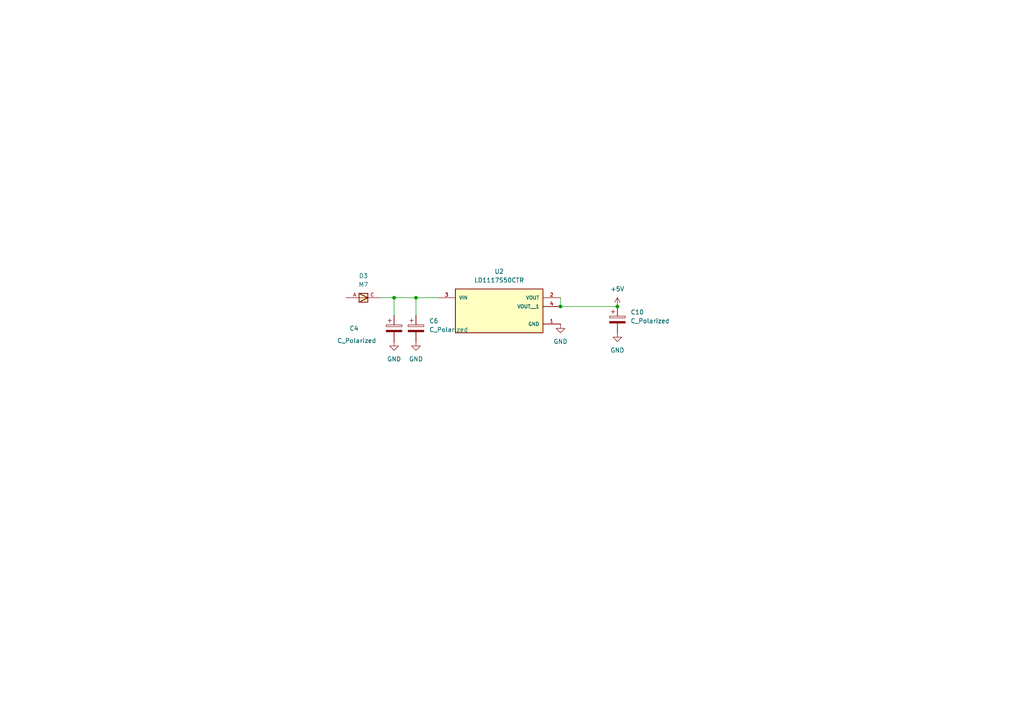
<source format=kicad_sch>
(kicad_sch (version 20231120) (generator "eeschema") (generator_version "8.0")
  (paper "A4")
  (title_block (title "POWER SUPPLY") (date "2024-07-11"))
  (lib_symbols
    (symbol "Device:C_Polarized" (pin_numbers hide) (pin_names (offset 0.254))
      (property "Reference" "C" (at 0.635 2.54 0))
      (property "Value" "C_Polarized" (at 0.635 -2.54 0))
      (symbol "C_Polarized_0_1"
        (rectangle (start -2.286 0.508) (end 2.286 1.016))
        (polyline (pts (xy -1.778 2.286) (xy -0.762 2.286)))
        (polyline (pts (xy -1.27 2.794) (xy -1.27 1.778)))
        (rectangle (start 2.286 -0.508) (end -2.286 -1.016) (fill (type outline)))
      )
      (symbol "C_Polarized_1_1"
        (pin passive line (at 0 3.81 270) (length 2.794) (name "~") (number "1"))
        (pin passive line (at 0 -3.81 90) (length 2.794) (name "~") (number "2"))
      )
    )
    (symbol "LD1117S50CTR:LD1117S50CTR" (pin_names (offset 1.016))
      (property "Reference" "U" (at -12.7 5.588 0))
      (property "Value" "LD1117S50CTR" (at -12.7 -10.16 0))
      (symbol "LD1117S50CTR_0_0"
        (rectangle (start -12.7 -7.62) (end 12.7 5.08) (stroke (width 0.254)) (fill (type background)))
        (pin power_in line (at 17.78 -5.08 180) (length 5.08) (name "GND") (number "1"))
        (pin output line (at 17.78 2.54 180) (length 5.08) (name "VOUT") (number "2"))
        (pin input line (at -17.78 2.54 0) (length 5.08) (name "VIN") (number "3"))
        (pin output line (at 17.78 0 180) (length 5.08) (name "VOUT__1") (number "4"))
      )
    )
    (symbol "M7:M7" (pin_names (offset 1.016))
      (property "Reference" "D" (at -4.5752 2.5418 0))
      (property "Value" "M7" (at -4.5757 -4.0672 0))
      (symbol "M7_0_0"
        (rectangle (start -1.27 -1.27) (end 1.27 1.27) (stroke (width 0.254)) (fill (type background)))
        (polyline (pts (xy -1.27 -1.27) (xy 1.27 0)) (stroke (width 0.254)))
        (polyline (pts (xy 1.27 0) (xy -1.27 1.27)) (stroke (width 0.254)))
        (pin passive line (at -5.08 0 0) (length 5.08) (name "~") (number "A"))
        (pin passive line (at 5.08 0 180) (length 5.08) (name "~") (number "C"))
      )
    )
    (symbol "power:+5V" (power) (pin_numbers hide) (pin_names (offset 0) hide)
      (property "Value" "+5V" (at 0 3.556 0))
      (symbol "+5V_0_1"
        (polyline (pts (xy -0.762 1.27) (xy 0 2.54)))
        (polyline (pts (xy 0 0) (xy 0 2.54)))
        (polyline (pts (xy 0 2.54) (xy 0.762 1.27)))
      )
      (symbol "+5V_1_1"
        (pin power_in line (at 0 0 90) (length 0) (name "~") (number "1"))
      )
    )
    (symbol "power:GND" (power) (pin_numbers hide) (pin_names (offset 0) hide)
      (property "Value" "GND" (at 0 -3.81 0))
      (symbol "GND_0_1"
        (polyline (pts (xy 0 0) (xy 0 -1.27) (xy 1.27 -1.27) (xy 0 -2.54) (xy -1.27 -1.27) (xy 0 -1.27)))
      )
      (symbol "GND_1_1"
        (pin power_in line (at 0 0 270) (length 0) (name "~") (number "1"))
      )
    )
  )
  (junction (at 179.07 88.9))
  (junction (at 162.56 88.9))
  (junction (at 114.3 86.36))
  (junction (at 120.65 86.36))
  (wire (pts (xy 114.3 86.36) (xy 120.65 86.36)))
  (wire (pts (xy 120.65 91.44) (xy 120.65 86.36)))
  (wire (pts (xy 120.65 86.36) (xy 127 86.36)))
  (wire (pts (xy 162.56 86.36) (xy 162.56 88.9)))
  (wire (pts (xy 114.3 86.36) (xy 114.3 91.44)))
  (wire (pts (xy 110.49 86.36) (xy 114.3 86.36)))
  (wire (pts (xy 162.56 88.9) (xy 179.07 88.9)))
  (symbol (lib_id "Device:C_Polarized") (at 179.07 92.71 0) (unit 1)
    (property "Reference" "C10" (at 182.88 90.5509 0) (effects (justify left)))
    (property "Value" "C_Polarized" (at 182.88 93.0909 0) (effects (justify left)))
    (property "Description" "Polarized capacitor" (effects (hide yes)))
  )
  (symbol (lib_id "power:GND") (at 114.3 99.06 0) (unit 1)
    (property "Reference" "#PWR010" (effects (hide yes)))
    (property "Value" "GND" (at 114.3 104.14 0))
    (property "Description" "Power symbol creates a global label with name \"GND\" , ground" (effects (hide yes)))
  )
  (symbol (lib_id "Device:C_Polarized") (at 114.3 95.25 0) (unit 1)
    (property "Reference" "C4" (at 101.346 95.25 0) (effects (justify left)))
    (property "Value" "C_Polarized" (at 97.79 98.806 0) (effects (justify left)))
    (property "Description" "Polarized capacitor" (effects (hide yes)))
  )
  (symbol (lib_id "power:GND") (at 179.07 96.52 0) (unit 1)
    (property "Reference" "#PWR018" (effects (hide yes)))
    (property "Value" "GND" (at 179.07 101.6 0))
    (property "Description" "Power symbol creates a global label with name \"GND\" , ground" (effects (hide yes)))
  )
  (symbol (lib_id "power:GND") (at 120.65 99.06 0) (unit 1)
    (property "Reference" "#PWR011" (effects (hide yes)))
    (property "Value" "GND" (at 120.65 104.14 0))
    (property "Description" "Power symbol creates a global label with name \"GND\" , ground" (effects (hide yes)))
  )
  (symbol (lib_id "power:+5V") (at 179.07 88.9 0) (unit 1)
    (property "Reference" "#PWR017" (effects (hide yes)))
    (property "Value" "+5V" (at 179.07 83.82 0))
    (property "Description" "Power symbol creates a global label with name \"+5V\"" (effects (hide yes)))
  )
  (symbol (lib_id "LD1117S50CTR:LD1117S50CTR") (at 144.78 88.9 0) (unit 1)
    (property "Reference" "U2" (at 144.78 78.74 0))
    (property "Value" "LD1117S50CTR" (at 144.78 81.28 0))
    (property "Footprint" "LD1117S50CTR:SOT230P700X180-4N" (effects (hide yes)))
    (property "PARTREV" "37" (effects (hide yes)))
    (property "STANDARD" "IPC 7351B" (effects (hide yes)))
    (property "MAXIMUM_PACKAGE_HEIGHT" "1.8 mm" (effects (hide yes)))
    (property "MANUFACTURER" "STMicroelectronics" (effects (hide yes)))
  )
  (symbol (lib_id "Device:C_Polarized") (at 120.65 95.25 0) (unit 1)
    (property "Reference" "C6" (at 124.46 93.0909 0) (effects (justify left)))
    (property "Value" "C_Polarized" (at 124.46 95.6309 0) (effects (justify left)))
    (property "Description" "Polarized capacitor" (effects (hide yes)))
  )
  (symbol (lib_id "M7:M7") (at 105.41 86.36 0) (unit 1)
    (property "Reference" "D3" (at 105.41 80.01 0))
    (property "Value" "M7" (at 105.41 82.55 0))
    (property "Footprint" "M7:DIOM505270X240" (effects (hide yes)))
    (property "SNAPEDA_PACKAGE_ID" "7518" (effects (hide yes)))
    (property "PACKAGE" "DO-214" (effects (hide yes)))
    (property "MPN" "M7" (effects (hide yes)))
    (property "PRICE" "--" (effects (hide yes)))
    (property "STANDARD" "IPC-7351B" (effects (hide yes)))
    (property "PARTREV" "NA" (effects (hide yes)))
    (property "AVAILABILITY" "Not in stock" (effects (hide yes)))
    (property "MANUFACTURER" "DIODES" (effects (hide yes)))
  )
  (symbol (lib_id "power:GND") (at 162.56 93.98 0) (unit 1)
    (property "Reference" "#PWR016" (effects (hide yes)))
    (property "Value" "GND" (at 162.56 99.06 0))
    (property "Description" "Power symbol creates a global label with name \"GND\" , ground" (effects (hide yes)))
  )
)
</source>
